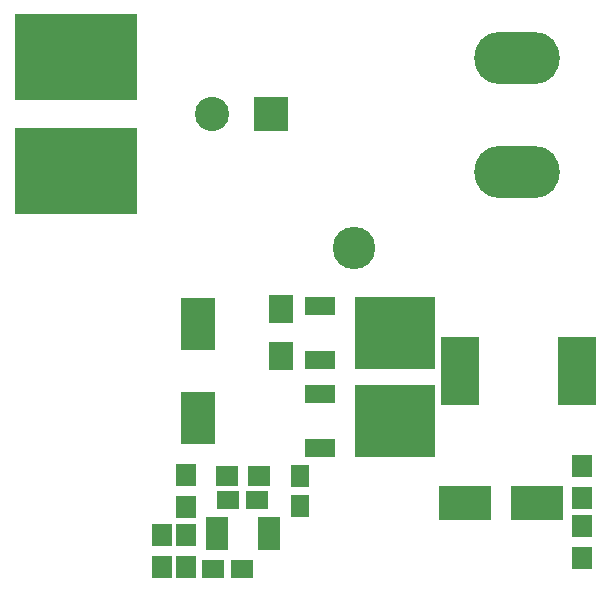
<source format=gts>
G04 #@! TF.FileFunction,Soldermask,Top*
%FSLAX46Y46*%
G04 Gerber Fmt 4.6, Leading zero omitted, Abs format (unit mm)*
G04 Created by KiCad (PCBNEW 4.0.7-e2-6376~58~ubuntu16.04.1) date Mon Nov  6 15:13:20 2017*
%MOMM*%
%LPD*%
G01*
G04 APERTURE LIST*
%ADD10C,0.100000*%
%ADD11R,2.600000X1.600000*%
%ADD12R,6.800000X6.200000*%
%ADD13R,3.450000X3.150000*%
%ADD14R,10.400000X7.400000*%
%ADD15O,7.250000X4.450000*%
%ADD16C,3.600000*%
%ADD17R,2.900000X4.400000*%
%ADD18R,1.650000X1.900000*%
%ADD19R,1.900000X1.650000*%
%ADD20R,4.400000X2.900000*%
%ADD21R,1.700000X1.900000*%
%ADD22R,2.900000X2.900000*%
%ADD23C,2.900000*%
%ADD24R,3.300000X5.800000*%
%ADD25R,1.900000X1.700000*%
%ADD26R,2.100000X2.400000*%
%ADD27R,1.850000X0.850000*%
G04 APERTURE END LIST*
D10*
D11*
X148800000Y-113220000D03*
X148800000Y-117780000D03*
D12*
X155100000Y-115500000D03*
D13*
X156775000Y-117025000D03*
X153425000Y-113975000D03*
X156775000Y-113975000D03*
X153425000Y-117025000D03*
D11*
X148800000Y-105720000D03*
X148800000Y-110280000D03*
D12*
X155100000Y-108000000D03*
D13*
X156775000Y-109525000D03*
X153425000Y-106475000D03*
X156775000Y-106475000D03*
X153425000Y-109525000D03*
D14*
X128130800Y-84683600D03*
X128130800Y-94335600D03*
D15*
X165473000Y-84709000D03*
X165473000Y-94352000D03*
D16*
X151638000Y-100838000D03*
D17*
X138430000Y-107252000D03*
X138430000Y-115252000D03*
D18*
X147066000Y-120162000D03*
X147066000Y-122662000D03*
D19*
X140990000Y-122174000D03*
X143490000Y-122174000D03*
X139720000Y-128016000D03*
X142220000Y-128016000D03*
D20*
X167134000Y-122428000D03*
X161034000Y-122428000D03*
D21*
X170942000Y-127080000D03*
X170942000Y-124380000D03*
D22*
X144627600Y-89509600D03*
D23*
X139627600Y-89509600D03*
D24*
X160658000Y-111252000D03*
X170558000Y-111252000D03*
D21*
X137414000Y-120062000D03*
X137414000Y-122762000D03*
D25*
X143590000Y-120142000D03*
X140890000Y-120142000D03*
D26*
X145500000Y-106000000D03*
X145500000Y-110000000D03*
D21*
X137414000Y-127842000D03*
X137414000Y-125142000D03*
X135382000Y-125142000D03*
X135382000Y-127842000D03*
X170942000Y-119300000D03*
X170942000Y-122000000D03*
D27*
X140040000Y-123993000D03*
X140040000Y-124643000D03*
X140040000Y-125293000D03*
X140040000Y-125943000D03*
X144440000Y-125943000D03*
X144440000Y-125293000D03*
X144440000Y-124643000D03*
X144440000Y-123993000D03*
M02*

</source>
